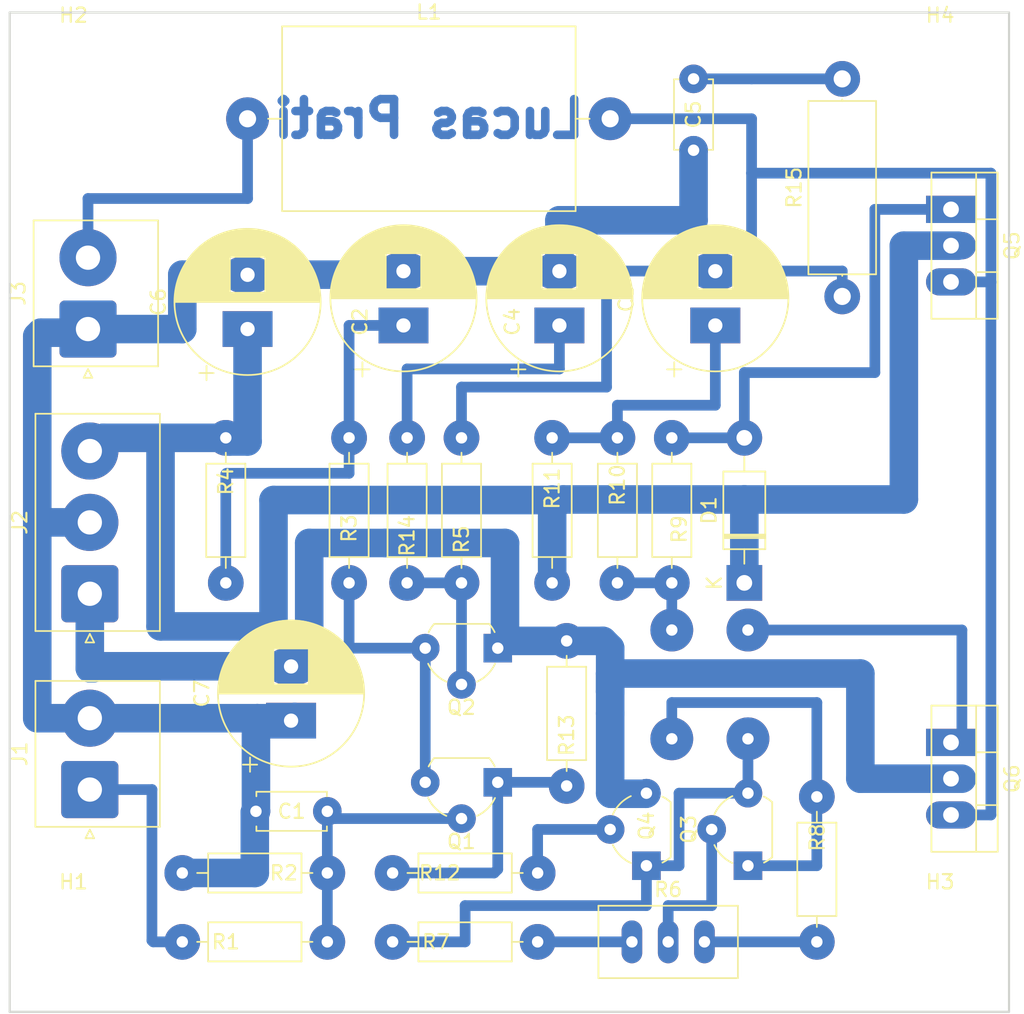
<source format=kicad_pcb>
(kicad_pcb (version 20211014) (generator pcbnew)
  (title_block (title "Amplificatore") (date "2022-02-02") (company "Lucas Prati 4^A EN"))
  (layers (0 "F.Cu" signal) (31 "B.Cu" signal) (34 "B.Paste" user) (35 "F.Paste" user) (36 "B.SilkS" user "B.Silkscreen") (37 "F.SilkS" user "F.Silkscreen") (38 "B.Mask" user) (39 "F.Mask" user) (44 "Edge.Cuts" user))
  (net 0 "")
  (net 1 "Net-(C1-Pad1)")
  (net 2 "GND")
  (net 3 "Net-(C2-Pad1)")
  (net 4 "Net-(C3-Pad1)")
  (net 5 "Net-(C3-Pad2)")
  (net 6 "Net-(C4-Pad1)")
  (net 7 "Net-(C5-Pad1)")
  (net 8 "+35")
  (net 9 "-35")
  (net 10 "Net-(D1-Pad2)")
  (net 11 "Net-(Q1-Pad3)")
  (net 12 "Net-(Q1-Pad1)")
  (net 13 "Net-(Q2-Pad2)")
  (net 14 "Net-(Q3-Pad1)")
  (net 15 "Net-(Q3-Pad3)")
  (net 16 "Net-(Q3-Pad2)")
  (net 17 "Net-(Q4-Pad2)")
  (net 18 "Net-(R6-Pad1)")
  (net 19 "Net-(R6-Pad3)")
  (net 20 "Net-(J1-Pad1)")
  (net 21 "Net-(J3-Pad2)")
  (footprint "Capacitor_THT:CP_Radial_D10.0mm_P3.80mm" (layer "F.Cu") (at 143.002 88.646 90)
    (fp_text reference "C3" (at 1.9 -6.25 90) (layer "F.SilkS"))
    (fp_text value "47uF")
    (pad "1" thru_hole rect locked (at 0 0 90) (size 2.5 3.5) (drill 1) (layers *.Cu *.Mask) (net 4 "Net-(C3-Pad1)"))
    (pad "2" thru_hole oval locked (at 3.8 0 90) (size 2.5 3.5) (drill 1) (layers *.Cu *.Mask) (net 5 "Net-(C3-Pad2)"))
  )
  (footprint "Capacitor_THT:CP_Radial_D10.0mm_P3.80mm" (layer "F.Cu") (at 132.08 88.646 90)
    (fp_text reference "C4" (at 0.254 -3.302 90) (layer "F.SilkS"))
    (fp_text value "100uF")
    (pad "1" thru_hole rect locked (at 0 0 90) (size 2.5 3.5) (drill 1) (layers *.Cu *.Mask) (net 6 "Net-(C4-Pad1)"))
    (pad "2" thru_hole oval locked (at 3.8 0 90) (size 2.5 3.5) (drill 1) (layers *.Cu *.Mask) (net 2 "GND"))
  )
  (footprint "Capacitor_THT:CP_Radial_D10.0mm_P3.80mm" (layer "F.Cu") (at 113.284 116.332 90)
    (fp_text reference "C7" (at 1.9 -6.25 90) (layer "F.SilkS"))
    (fp_text value "100uF")
    (pad "1" thru_hole rect locked (at 0 0 90) (size 2.5 3.5) (drill 1) (layers *.Cu *.Mask) (net 2 "GND"))
    (pad "2" thru_hole oval locked (at 3.8 0 90) (size 2.5 3.5) (drill 1) (layers *.Cu *.Mask) (net 9 "-35"))
  )
  (footprint "Diode_THT:D_DO-41_SOD81_P10.16mm_Horizontal" (layer "F.Cu") (at 145.034 106.68 90)
    (fp_text reference "D1" (at 5.08 -2.47 90) (layer "F.SilkS"))
    (fp_text value "1N4002")
    (fp_text user "K" (at 0 -2.1 90) (layer "F.SilkS"))
    (pad "1" thru_hole rect locked (at 0 0 90) (size 2.5 2.5) (drill 1.1) (layers *.Cu *.Mask) (net 8 "+35"))
    (pad "2" thru_hole circle locked (at 10.16 0 90) (size 2.5 2.5) (drill 1.1) (layers *.Cu *.Mask) (net 10 "Net-(D1-Pad2)"))
  )
  (footprint "Connector_JST:JST_NV_B02P-NV_1x02_P5.00mm_Vertical" (layer "F.Cu") (at 99.187 121.158 90)
    (fp_text reference "J1" (at 2.5 -4.9 90) (layer "F.SilkS"))
    (fp_text value "INPUT")
    (pad "1" thru_hole roundrect locked (at 0 0 90) (size 4 4) (drill 1.7) (layers *.Cu *.Mask) (roundrect_rratio 0.093) (net 20 "Net-(J1-Pad1)"))
    (pad "2" thru_hole circle locked (at 5 0 90) (size 4 4) (drill 1.7) (layers *.Cu *.Mask) (net 2 "GND"))
  )
  (footprint "Connector_JST:JST_NV_B03P-NV_1x03_P5.00mm_Vertical" (layer "F.Cu") (at 99.187 107.442 90)
    (fp_text reference "J2" (at 5 -4.9 90) (layer "F.SilkS"))
    (fp_text value "Alimentazione")
    (pad "1" thru_hole roundrect locked (at 0 0 90) (size 4 4) (drill 1.7) (layers *.Cu *.Mask) (roundrect_rratio 0.093) (net 9 "-35"))
    (pad "2" thru_hole circle locked (at 5 0 90) (size 4 4) (drill 1.7) (layers *.Cu *.Mask) (net 2 "GND"))
    (pad "3" thru_hole circle locked (at 10 0 90) (size 4 4) (drill 1.7) (layers *.Cu *.Mask) (net 8 "+35"))
  )
  (footprint "Connector_JST:JST_NV_B02P-NV_1x02_P5.00mm_Vertical" (layer "F.Cu") (at 99.06 88.9 90)
    (fp_text reference "J3" (at 2.5 -4.9 90) (layer "F.SilkS"))
    (fp_text value "OUTPUT")
    (pad "1" thru_hole roundrect locked (at 0 0 90) (size 4 4) (drill 1.7) (layers *.Cu *.Mask) (roundrect_rratio 0.093) (net 2 "GND"))
    (pad "2" thru_hole circle locked (at 5 0 90) (size 4 4) (drill 1.7) (layers *.Cu *.Mask) (net 21 "Net-(J3-Pad2)"))
  )
  (footprint "Inductor_THT:L_Axial_L20.3mm_D12.7mm_P25.40mm_Horizontal_Vishay_IHA-201" (layer "F.Cu") (at 110.236 74.168)
    (fp_text reference "L1" (at 12.7 -7.47) (layer "F.SilkS"))
    (fp_text value "*")
    (pad "1" thru_hole circle locked (at 0 0) (size 3 3) (drill 1.2) (layers *.Cu *.Mask) (net 21 "Net-(J3-Pad2)"))
    (pad "2" thru_hole circle locked (at 25.4 0) (size 3 3) (drill 1.2) (layers *.Cu *.Mask) (net 5 "Net-(C3-Pad2)"))
  )
  (footprint "Package_TO_SOT_THT:TO-220-3_Vertical" (layer "F.Cu") (at 159.512 80.518 -90)
    (fp_text reference "Q5" (at 2.54 -4.27 90) (layer "F.SilkS"))
    (fp_text value "IRF540N")
    (pad "1" thru_hole rect locked (at 0 0 270) (size 1.905 3.5) (drill 1.1) (layers *.Cu *.Mask) (net 10 "Net-(D1-Pad2)"))
    (pad "2" thru_hole oval locked (at 2.54 0 270) (size 1.905 3.5) (drill 1.1) (layers *.Cu *.Mask) (net 8 "+35"))
    (pad "3" thru_hole oval locked (at 5.08 0 270) (size 1.905 3.5) (drill 1.1) (layers *.Cu *.Mask) (net 5 "Net-(C3-Pad2)"))
  )
  (footprint "Package_TO_SOT_THT:TO-220-3_Vertical" (layer "F.Cu") (at 159.512 117.856 -90)
    (fp_text reference "Q6" (at 2.54 -4.27 90) (layer "F.SilkS"))
    (fp_text value "IRF9540N")
    (pad "1" thru_hole rect locked (at 0 0 270) (size 1.905 3.5) (drill 1.1) (layers *.Cu *.Mask) (net 15 "Net-(Q3-Pad3)"))
    (pad "2" thru_hole oval locked (at 2.54 0 270) (size 1.905 3.5) (drill 1.1) (layers *.Cu *.Mask) (net 9 "-35"))
    (pad "3" thru_hole oval locked (at 5.08 0 270) (size 1.905 3.5) (drill 1.1) (layers *.Cu *.Mask) (net 5 "Net-(C3-Pad2)"))
  )
  (footprint "Resistor_THT:R_Axial_DIN0207_L6.3mm_D2.5mm_P10.16mm_Horizontal" (layer "F.Cu") (at 115.824 127 180)
    (fp_text reference "R2" (at 3.048 0) (layer "F.SilkS"))
    (fp_text value "47k")
    (pad "1" thru_hole circle locked (at 0 0 180) (size 2.5 2.5) (drill 0.8) (layers *.Cu *.Mask) (net 1 "Net-(C1-Pad1)"))
    (pad "2" thru_hole circle locked (at 10.16 0 180) (size 2.5 2.5) (drill 0.8) (layers *.Cu *.Mask) (net 2 "GND"))
  )
  (footprint "Resistor_THT:R_Axial_DIN0207_L6.3mm_D2.5mm_P10.16mm_Horizontal" (layer "F.Cu") (at 117.348 96.52 -90)
    (fp_text reference "R3" (at 6.35 0 90) (layer "F.SilkS"))
    (fp_text value "15k")
    (pad "1" thru_hole circle locked (at 0 0 270) (size 2.5 2.5) (drill 0.8) (layers *.Cu *.Mask) (net 3 "Net-(C2-Pad1)"))
    (pad "2" thru_hole circle locked (at 10.16 0 270) (size 2.5 2.5) (drill 0.8) (layers *.Cu *.Mask) (net 11 "Net-(Q1-Pad3)"))
  )
  (footprint "Resistor_THT:R_Axial_DIN0207_L6.3mm_D2.5mm_P10.16mm_Horizontal" (layer "F.Cu") (at 108.712 96.52 -90)
    (fp_text reference "R4" (at 3.048 0 90) (layer "F.SilkS"))
    (fp_text value "1.2k")
    (pad "1" thru_hole circle locked (at 0 0 270) (size 2.5 2.5) (drill 0.8) (layers *.Cu *.Mask) (net 8 "+35"))
    (pad "2" thru_hole circle locked (at 10.16 0 270) (size 2.5 2.5) (drill 0.8) (layers *.Cu *.Mask) (net 3 "Net-(C2-Pad1)"))
  )
  (footprint "Resistor_THT:R_Axial_DIN0207_L6.3mm_D2.5mm_P10.16mm_Horizontal" (layer "F.Cu") (at 125.222 96.52 -90)
    (fp_text reference "R5" (at 7.112 0 90) (layer "F.SilkS"))
    (fp_text value "47k")
    (pad "1" thru_hole circle locked (at 0 0 270) (size 2.5 2.5) (drill 0.8) (layers *.Cu *.Mask) (net 5 "Net-(C3-Pad2)"))
    (pad "2" thru_hole circle locked (at 10.16 0 270) (size 2.5 2.5) (drill 0.8) (layers *.Cu *.Mask) (net 13 "Net-(Q2-Pad2)"))
  )
  (footprint "Potentiometer_THT:Potentiometer_Bourns_3296W_Vertical" (layer "F.Cu") (at 142.24 131.826)
    (fp_text reference "R6" (at -2.54 -3.66) (layer "F.SilkS"))
    (fp_text value "1k")
    (pad "1" thru_hole oval locked (at 0 0) (size 1.44 3) (drill 0.8) (layers *.Cu *.Mask) (net 18 "Net-(R6-Pad1)"))
    (pad "2" thru_hole oval locked (at -2.54 0) (size 1.44 3) (drill 0.8) (layers *.Cu *.Mask) (net 16 "Net-(Q3-Pad2)"))
    (pad "3" thru_hole oval locked (at -5.08 0) (size 1.44 3) (drill 0.8) (layers *.Cu *.Mask) (net 19 "Net-(R6-Pad3)"))
  )
  (footprint "Resistor_THT:R_Axial_DIN0207_L6.3mm_D2.5mm_P10.16mm_Horizontal" (layer "F.Cu") (at 150.114 121.666 -90)
    (fp_text reference "R8" (at 2.848999 -0.027001 90) (layer "F.SilkS"))
    (fp_text value "10k")
    (pad "1" thru_hole circle locked (at 0 0 270) (size 2.5 2.5) (drill 0.8) (layers *.Cu *.Mask) (net 14 "Net-(Q3-Pad1)"))
    (pad "2" thru_hole circle locked (at 10.16 0 270) (size 2.5 2.5) (drill 0.8) (layers *.Cu *.Mask) (net 18 "Net-(R6-Pad1)"))
  )
  (footprint "Resistor_THT:R_Axial_DIN0207_L6.3mm_D2.5mm_P10.16mm_Horizontal" (layer "F.Cu") (at 139.954 96.52 -90)
    (fp_text reference "R9" (at 6.404999 -0.521001 90) (layer "F.SilkS"))
    (fp_text value "680ohm")
    (pad "1" thru_hole circle locked (at 0 0 270) (size 2.5 2.5) (drill 0.8) (layers *.Cu *.Mask) (net 10 "Net-(D1-Pad2)"))
    (pad "2" thru_hole circle locked (at 10.16 0 270) (size 2.5 2.5) (drill 0.8) (layers *.Cu *.Mask) (net 14 "Net-(Q3-Pad1)"))
  )
  (footprint "Resistor_THT:R_Axial_DIN0207_L6.3mm_D2.5mm_P10.16mm_Horizontal" (layer "F.Cu") (at 136.144 96.52 -90)
    (fp_text reference "R10" (at 3.302 0 90) (layer "F.SilkS"))
    (fp_text value "2.7k")
    (pad "1" thru_hole circle locked (at 0 0 270) (size 2.5 2.5) (drill 0.8) (layers *.Cu *.Mask) (net 4 "Net-(C3-Pad1)"))
    (pad "2" thru_hole circle locked (at 10.16 0 270) (size 2.5 2.5) (drill 0.8) (layers *.Cu *.Mask) (net 14 "Net-(Q3-Pad1)"))
  )
  (footprint "Resistor_THT:R_Axial_DIN0207_L6.3mm_D2.5mm_P10.16mm_Horizontal" (layer "F.Cu") (at 131.572 106.68 90)
    (fp_text reference "R11" (at 6.604 0 90) (layer "F.SilkS"))
    (fp_text value "2.7k")
    (pad "1" thru_hole circle locked (at 0 0 90) (size 2.5 2.5) (drill 0.8) (layers *.Cu *.Mask) (net 8 "+35"))
    (pad "2" thru_hole circle locked (at 10.16 0 90) (size 2.5 2.5) (drill 0.8) (layers *.Cu *.Mask) (net 4 "Net-(C3-Pad1)"))
  )
  (footprint "Resistor_THT:R_Axial_DIN0207_L6.3mm_D2.5mm_P10.16mm_Horizontal" (layer "F.Cu") (at 130.556 127 180)
    (fp_text reference "R12" (at 6.858 0) (layer "F.SilkS"))
    (fp_text value "4.7k")
    (pad "1" thru_hole circle locked (at 0 0 180) (size 2.5 2.5) (drill 0.8) (layers *.Cu *.Mask) (net 17 "Net-(Q4-Pad2)"))
    (pad "2" thru_hole circle locked (at 10.16 0 180) (size 2.5 2.5) (drill 0.8) (layers *.Cu *.Mask) (net 12 "Net-(Q1-Pad1)"))
  )
  (footprint "Resistor_THT:R_Axial_DIN0207_L6.3mm_D2.5mm_P10.16mm_Horizontal" (layer "F.Cu") (at 132.588 120.904 90)
    (fp_text reference "R13" (at 3.556 0 90) (layer "F.SilkS"))
    (fp_text value "560")
    (pad "1" thru_hole circle locked (at 0 0 90) (size 2.5 2.5) (drill 0.8) (layers *.Cu *.Mask) (net 12 "Net-(Q1-Pad1)"))
    (pad "2" thru_hole circle locked (at 10.16 0 90) (size 2.5 2.5) (drill 0.8) (layers *.Cu *.Mask) (net 9 "-35"))
  )
  (footprint "Resistor_THT:R_Axial_DIN0207_L6.3mm_D2.5mm_P10.16mm_Horizontal" (layer "F.Cu") (at 121.412 106.68 90)
    (fp_text reference "R14" (at 3.302 0 90) (layer "F.SilkS"))
    (fp_text value "2.2k")
    (pad "1" thru_hole circle locked (at 0 0 90) (size 2.5 2.5) (drill 0.8) (layers *.Cu *.Mask) (net 13 "Net-(Q2-Pad2)"))
    (pad "2" thru_hole circle locked (at 10.16 0 90) (size 2.5 2.5) (drill 0.8) (layers *.Cu *.Mask) (net 6 "Net-(C4-Pad1)"))
  )
  (footprint "Resistor_THT:R_Axial_DIN0414_L11.9mm_D4.5mm_P15.24mm_Horizontal" (layer "F.Cu") (at 151.892 86.614 90)
    (fp_text reference "R15" (at 7.62 -3.37 90) (layer "F.SilkS"))
    (fp_text value "10ohm/2W")
    (pad "1" thru_hole circle locked (at 0 0 90) (size 2.5 2.5) (drill 1.2) (layers *.Cu *.Mask) (net 5 "Net-(C3-Pad2)"))
    (pad "2" thru_hole circle locked (at 15.24 0 90) (size 2.5 2.5) (drill 1.2) (layers *.Cu *.Mask) (net 7 "Net-(C5-Pad1)"))
  )
  (footprint "Capacitor_THT:C_Disc_D4.7mm_W2.5mm_P5.00mm" (layer "F.Cu") (at 115.824 122.682 180)
    (fp_text reference "C1" (at 2.5 -0.001001) (layer "F.SilkS"))
    (fp_text value "220pF")
    (pad "1" thru_hole circle locked (at 0 0 180) (size 2 2) (drill 0.8) (layers *.Cu *.Mask) (net 1 "Net-(C1-Pad1)"))
    (pad "2" thru_hole circle locked (at 5 0 180) (size 2 2) (drill 0.8) (layers *.Cu *.Mask) (net 2 "GND"))
  )
  (footprint "Capacitor_THT:C_Disc_D4.7mm_W2.5mm_P5.00mm" (layer "F.Cu") (at 141.478 71.374 -90)
    (fp_text reference "C5" (at 2.5 0.012999 90) (layer "F.SilkS"))
    (fp_text value "68nF")
    (pad "1" thru_hole circle locked (at 0 0 270) (size 2 2) (drill 0.8) (layers *.Cu *.Mask) (net 7 "Net-(C5-Pad1)"))
    (pad "2" thru_hole circle locked (at 5 0 270) (size 2 2) (drill 0.8) (layers *.Cu *.Mask) (net 2 "GND"))
  )
  (footprint "Package_TO_SOT_THT:TO-92L_Wide" (layer "F.Cu") (at 127.762 120.65 180)
    (fp_text reference "Q1" (at 2.55 -4.15) (layer "F.SilkS"))
    (fp_text value "BC556")
    (pad "1" thru_hole rect locked (at 0 0 180) (size 2 2) (drill 0.8) (layers *.Cu *.Mask) (net 12 "Net-(Q1-Pad1)"))
    (pad "2" thru_hole circle locked (at 2.54 -2.54 180) (size 2 2) (drill 0.8) (layers *.Cu *.Mask) (net 1 "Net-(C1-Pad1)"))
    (pad "3" thru_hole circle locked (at 5.08 0 180) (size 2 2) (drill 0.8) (layers *.Cu *.Mask) (net 11 "Net-(Q1-Pad3)"))
  )
  (footprint "Package_TO_SOT_THT:TO-92L_Wide" (layer "F.Cu") (at 127.762 111.252 180)
    (fp_text reference "Q2" (at 2.55 -4.15) (layer "F.SilkS"))
    (fp_text value "BC556")
    (pad "1" thru_hole rect locked (at 0 0 180) (size 2 2) (drill 0.8) (layers *.Cu *.Mask) (net 9 "-35"))
    (pad "2" thru_hole circle locked (at 2.54 -2.54 180) (size 2 2) (drill 0.8) (layers *.Cu *.Mask) (net 13 "Net-(Q2-Pad2)"))
    (pad "3" thru_hole circle locked (at 5.08 0 180) (size 2 2) (drill 0.8) (layers *.Cu *.Mask) (net 11 "Net-(Q1-Pad3)"))
  )
  (footprint "Package_TO_SOT_THT:TO-92L_Wide" (layer "F.Cu") (at 145.288 126.492 90)
    (fp_text reference "Q3" (at 2.55 -4.15 90) (layer "F.SilkS"))
    (fp_text value "BC546")
    (pad "1" thru_hole rect locked (at 0 0 90) (size 2 2) (drill 0.8) (layers *.Cu *.Mask) (net 14 "Net-(Q3-Pad1)"))
    (pad "2" thru_hole circle locked (at 2.54 -2.54 90) (size 2 2) (drill 0.8) (layers *.Cu *.Mask) (net 16 "Net-(Q3-Pad2)"))
    (pad "3" thru_hole circle locked (at 5.08 0 90) (size 2 2) (drill 0.8) (layers *.Cu *.Mask) (net 15 "Net-(Q3-Pad3)"))
  )
  (footprint "Package_TO_SOT_THT:TO-92L_Wide" (layer "F.Cu") (at 138.176 126.492 90)
    (fp_text reference "Q4" (at 2.794 0 90) (layer "F.SilkS"))
    (fp_text value "BC546")
    (pad "1" thru_hole rect locked (at 0 0 90) (size 2 2) (drill 0.8) (layers *.Cu *.Mask) (net 15 "Net-(Q3-Pad3)"))
    (pad "2" thru_hole circle locked (at 2.54 -2.54 90) (size 2 2) (drill 0.8) (layers *.Cu *.Mask) (net 17 "Net-(Q4-Pad2)"))
    (pad "3" thru_hole circle locked (at 5.08 0 90) (size 2 2) (drill 0.8) (layers *.Cu *.Mask) (net 9 "-35"))
  )
  (footprint "MountingHole:MountingHole_3.2mm_M3" (layer "F.Cu") (at 98.044 131.826)
    (fp_text reference "H1" (at 0 -4.2) (layer "F.SilkS"))
    (fp_text value "MountingHole")
    (pad "" np_thru_hole circle locked (at 0 0) (size 3.2 3.2) (drill 3.2) (layers *.Cu *.Mask))
  )
  (footprint "MountingHole:MountingHole_3.2mm_M3" (layer "F.Cu") (at 98.044 71.12)
    (fp_text reference "H2" (at 0 -4.2) (layer "F.SilkS"))
    (fp_text value "MountingHole")
    (pad "" np_thru_hole circle locked (at 0 0) (size 3.2 3.2) (drill 3.2) (layers *.Cu *.Mask))
  )
  (footprint "MountingHole:MountingHole_3.2mm_M3" (layer "F.Cu") (at 158.75 71.12)
    (fp_text reference "H4" (at 0 -4.2) (layer "F.SilkS"))
    (fp_text value "MountingHole")
    (pad "" np_thru_hole circle locked (at 0 0) (size 3.2 3.2) (drill 3.2) (layers *.Cu *.Mask))
  )
  (footprint "MountingHole:MountingHole_3.2mm_M3" (layer "F.Cu") (at 158.75 131.826)
    (fp_text reference "H3" (at 0 -4.2) (layer "F.SilkS"))
    (fp_text value "MountingHole")
    (pad "" np_thru_hole circle locked (at 0 0) (size 3.2 3.2) (drill 3.2) (layers *.Cu *.Mask))
  )
  (footprint "Resistor_THT:R_Axial_DIN0207_L6.3mm_D2.5mm_P10.16mm_Horizontal" (layer "F.Cu") (at 115.824 131.826 180)
    (fp_text reference "R1" (at 7.112 0) (layer "F.SilkS"))
    (fp_text value "4.7k")
    (pad "1" thru_hole circle locked (at 0 0 180) (size 2.5 2.5) (drill 0.8) (layers *.Cu *.Mask) (net 1 "Net-(C1-Pad1)"))
    (pad "2" thru_hole circle locked (at 10.16 0 180) (size 2.5 2.5) (drill 0.8) (layers *.Cu *.Mask) (net 20 "Net-(J1-Pad1)"))
  )
  (footprint "Resistor_THT:R_Axial_DIN0207_L6.3mm_D2.5mm_P10.16mm_Horizontal" (layer "F.Cu") (at 120.396 131.826)
    (fp_text reference "R7" (at 3.048 0) (layer "F.SilkS"))
    (fp_text value "820")
    (pad "1" thru_hole circle locked (at 0 0) (size 2.5 2.5) (drill 0.8) (layers *.Cu *.Mask) (net 15 "Net-(Q3-Pad3)"))
    (pad "2" thru_hole circle locked (at 10.16 0) (size 2.5 2.5) (drill 0.8) (layers *.Cu *.Mask) (net 19 "Net-(R6-Pad3)"))
  )
  (footprint "Capacitor_THT:CP_Radial_D10.0mm_P3.80mm" (layer "F.Cu") (at 121.158 88.646 90)
    (fp_text reference "C2" (at 0.254 -3.048 90) (layer "F.SilkS"))
    (fp_text value "47uF")
    (pad "1" thru_hole rect locked (at 0 0 90) (size 2.5 3.5) (drill 1) (layers *.Cu *.Mask) (net 3 "Net-(C2-Pad1)"))
    (pad "2" thru_hole oval locked (at 3.8 0 90) (size 2.5 3.5) (drill 1) (layers *.Cu *.Mask) (net 2 "GND"))
  )
  (footprint "Capacitor_THT:CP_Radial_D10.0mm_P3.80mm" (layer "F.Cu") (at 110.236 88.9 90)
    (fp_text reference "C6" (at 1.9 -6.25 90) (layer "F.SilkS"))
    (fp_text value "100uF")
    (pad "1" thru_hole rect locked (at 0 0 90) (size 2.5 3.5) (drill 1) (layers *.Cu *.Mask) (net 8 "+35"))
    (pad "2" thru_hole oval locked (at 3.8 0 90) (size 2.5 3.5) (drill 1) (layers *.Cu *.Mask) (net 2 "GND"))
  )
  (gr_line (start 93.576 136.726) (end 163.576 136.726) (layer "Edge.Cuts") (width 0.15))
  (gr_line (start 93.576 136.726) (end 93.576 66.726) (layer "Edge.Cuts") (width 0.15))
  (gr_line (start 163.576 136.726) (end 163.576 66.726) (layer "Edge.Cuts") (width 0.15))
  (gr_line (start 93.576 66.726) (end 163.576 66.726) (layer "Edge.Cuts") (width 0.15))
  (gr_text "Lucas Prati" (at 122.936 74.168) (layer "B.Cu") (effects (font (size 2.5 2.5) (thickness 0.6)) (justify mirror)))
  (segment (start 116.332 123.19) (end 115.824 122.682) (width 0.75) (layer "B.Cu") (net 1))
  (segment (start 115.824 131.826) (end 115.824 127) (width 0.75) (layer "B.Cu") (net 1))
  (segment (start 115.824 122.682) (end 115.824 127) (width 0.75) (layer "B.Cu") (net 1))
  (segment (start 125.222 123.19) (end 116.332 123.19) (width 0.75) (layer "B.Cu") (net 1))
  (segment (start 121.158 84.846) (end 132.08 84.846) (width 2) (layer "B.Cu") (net 2))
  (segment (start 105.664 127) (end 110.744 127) (width 2) (layer "B.Cu") (net 2))
  (segment (start 110.744 127) (end 110.744 122.762) (width 2) (layer "B.Cu") (net 2))
  (segment (start 96.106 102.362) (end 96.186 102.442) (width 2) (layer "B.Cu") (net 2))
  (segment (start 110.824 122.682) (end 110.824 116.252) (width 2) (layer "B.Cu") (net 2))
  (segment (start 110.744 122.762) (end 110.824 122.682) (width 2) (layer "B.Cu") (net 2))
  (segment (start 110.236 85.09) (end 120.914 85.09) (width 2) (layer "B.Cu") (net 2))
  (segment (start 113.458 116.158) (end 113.538 116.078) (width 2) (layer "B.Cu") (net 2))
  (segment (start 95.63196 102.442) (end 95.504 102.31404) (width 2) (layer "B.Cu") (net 2))
  (segment (start 99.187 116.158) (end 95.504 116.158) (width 2) (layer "B.Cu") (net 2))
  (segment (start 95.504 102.362) (end 96.106 102.362) (width 2) (layer "B.Cu") (net 2))
  (segment (start 95.758 89.154) (end 98.806 89.154) (width 2) (layer "B.Cu") (net 2))
  (segment (start 105.664 85.09) (end 110.236 85.09) (width 2) (layer "B.Cu") (net 2))
  (segment (start 141.478 81.28) (end 141.478 76.374) (width 2) (layer "B.Cu") (net 2))
  (segment (start 99.187 116.158) (end 110.918 116.158) (width 2) (layer "B.Cu") (net 2))
  (segment (start 99.06 88.9) (end 105.664 88.9) (width 2) (layer "B.Cu") (net 2))
  (segment (start 132.08 84.846) (end 132.08 81.28) (width 2) (layer "B.Cu") (net 2))
  (segment (start 132.08 81.28) (end 141.478 81.28) (width 2) (layer "B.Cu") (net 2))
  (segment (start 105.664 88.9) (end 105.664 85.09) (width 2) (layer "B.Cu") (net 2))
  (segment (start 95.504 116.158) (end 95.504 102.362) (width 2) (layer "B.Cu") (net 2))
  (segment (start 95.504 102.31404) (end 95.504 89.408) (width 2) (layer "B.Cu") (net 2))
  (segment (start 95.504 89.408) (end 95.758 89.154) (width 2) (layer "B.Cu") (net 2))
  (segment (start 99.187 102.442) (end 96.186 102.442) (width 2) (layer "B.Cu") (net 2))
  (segment (start 113.284 116.332) (end 113.538 116.078) (width 2) (layer "B.Cu") (net 2))
  (segment (start 96.186 102.442) (end 95.63196 102.442) (width 2) (layer "B.Cu") (net 2))
  (segment (start 98.806 89.154) (end 99.06 88.9) (width 2) (layer "B.Cu") (net 2))
  (segment (start 120.914 85.09) (end 121.158 84.846) (width 2) (layer "B.Cu") (net 2))
  (segment (start 99.013 116.332) (end 99.187 116.158) (width 2) (layer "B.Cu") (net 2))
  (segment (start 110.918 116.158) (end 113.458 116.158) (width 2) (layer "B.Cu") (net 2))
  (segment (start 110.824 116.252) (end 110.918 116.158) (width 2) (layer "B.Cu") (net 2))
  (segment (start 117.348 96.52) (end 117.348 88.646) (width 0.75) (layer "B.Cu") (net 3))
  (segment (start 117.348 96.52) (end 117.348 99.00298) (width 0.75) (layer "B.Cu") (net 3))
  (segment (start 108.76902 99.00298) (end 108.712 99.06) (width 0.75) (layer "B.Cu") (net 3))
  (segment (start 108.712 99.06) (end 108.712 106.68) (width 0.75) (layer "B.Cu") (net 3))
  (segment (start 117.348 99.00298) (end 108.76902 99.00298) (width 0.75) (layer "B.Cu") (net 3))
  (segment (start 117.348 88.646) (end 121.158 88.646) (width 0.75) (layer "B.Cu") (net 3))
  (segment (start 136.144 94.234) (end 136.144 96.52) (width 0.75) (layer "B.Cu") (net 4))
  (segment (start 143.002 88.646) (end 143.002 94.234) (width 0.75) (layer "B.Cu") (net 4))
  (segment (start 143.002 94.234) (end 136.144 94.234) (width 0.75) (layer "B.Cu") (net 4))
  (segment (start 136.144 96.52) (end 131.572 96.52) (width 0.75) (layer "B.Cu") (net 4))
  (segment (start 142.992 84.836) (end 143.002 84.846) (width 0.75) (layer "B.Cu") (net 5))
  (segment (start 145.542 84.836) (end 143.012 84.836) (width 0.75) (layer "B.Cu") (net 5))
  (segment (start 162.306 77.978) (end 145.542 77.978) (width 0.75) (layer "B.Cu") (net 5))
  (segment (start 162.306 85.598) (end 160.02 85.598) (width 0.75) (layer "B.Cu") (net 5))
  (segment (start 145.542 74.168) (end 145.542 77.978) (width 0.75) (layer "B.Cu") (net 5))
  (segment (start 125.222 96.52) (end 125.222 92.964) (width 0.75) (layer "B.Cu") (net 5))
  (segment (start 162.306 85.643011) (end 162.306 77.978) (width 0.75) (layer "B.Cu") (net 5))
  (segment (start 135.382 84.836) (end 142.992 84.836) (width 0.75) (layer "B.Cu") (net 5))
  (segment (start 135.636 74.168) (end 145.542 74.168) (width 0.75) (layer "B.Cu") (net 5))
  (segment (start 143.012 84.836) (end 143.002 84.846) (width 0.75) (layer "B.Cu") (net 5))
  (segment (start 135.382 92.964) (end 135.382 84.836) (width 0.75) (layer "B.Cu") (net 5))
  (segment (start 125.222 92.964) (end 135.382 92.964) (width 0.75) (layer "B.Cu") (net 5))
  (segment (start 162.306 122.936) (end 162.306 85.598) (width 0.75) (layer "B.Cu") (net 5))
  (segment (start 151.892 86.614) (end 151.892 84.836) (width 0.75) (layer "B.Cu") (net 5))
  (segment (start 160.274 122.936) (end 162.306 122.936) (width 0.75) (layer "B.Cu") (net 5))
  (segment (start 145.542 77.978) (end 145.542 84.836) (width 0.75) (layer "B.Cu") (net 5))
  (segment (start 151.892 84.836) (end 145.542 84.836) (width 0.75) (layer "B.Cu") (net 5))
  (segment (start 132.08 88.646) (end 132.08 91.694) (width 0.75) (layer "B.Cu") (net 6))
  (segment (start 121.412 91.694) (end 121.412 96.52) (width 0.75) (layer "B.Cu") (net 6))
  (segment (start 132.08 91.694) (end 121.412 91.694) (width 0.75) (layer "B.Cu") (net 6))
  (segment (start 141.478 71.374) (end 145.542 71.374) (width 0.75) (layer "B.Cu") (net 7))
  (segment (start 145.542 71.374) (end 151.892 71.374) (width 0.75) (layer "B.Cu") (net 7))
  (segment (start 108.966 96.774) (end 108.712 96.52) (width 2) (layer "B.Cu") (net 8))
  (segment (start 156.21 100.838) (end 145.034 100.838) (width 2) (layer "B.Cu") (net 8))
  (segment (start 131.572 100.838) (end 131.572 106.68) (width 2) (layer "B.Cu") (net 8))
  (segment (start 112.05399 100.87799) (end 112.05399 109.728) (width 2) (layer "B.Cu") (net 8))
  (segment (start 104.14 109.728) (end 104.14 96.52) (width 2) (layer "B.Cu") (net 8))
  (segment (start 104.14 96.52) (end 100.109 96.52) (width 2) (layer "B.Cu") (net 8))
  (segment (start 112.05399 100.87799) (end 132.29401 100.87799) (width 2) (layer "B.Cu") (net 8))
  (segment (start 145.034 106.68) (end 145.034 100.838) (width 2) (layer "B.Cu") (net 8))
  (segment (start 145.034 100.838) (end 132.334 100.838) (width 2) (layer "B.Cu") (net 8))
  (segment (start 110.236 96.774) (end 108.966 96.774) (width 2) (layer "B.Cu") (net 8))
  (segment (start 110.236 88.9) (end 110.236 96.774) (width 2) (layer "B.Cu") (net 8))
  (segment (start 100.109 96.52) (end 99.187 97.442) (width 2) (layer "B.Cu") (net 8))
  (segment (start 108.712 96.52) (end 104.14 96.52) (width 2) (layer "B.Cu") (net 8))
  (segment (start 112.05399 109.728) (end 104.14 109.728) (width 2) (layer "B.Cu") (net 8))
  (segment (start 132.29401 100.87799) (end 132.334 100.838) (width 2) (layer "B.Cu") (net 8))
  (segment (start 160.02 83.058) (end 156.21 83.058) (width 2) (layer "B.Cu") (net 8))
  (segment (start 156.21 83.058) (end 156.21 100.838) (width 2) (layer "B.Cu") (net 8))
  (segment (start 128.27 103.886) (end 128.27 110.744) (width 2) (layer "B.Cu") (net 9))
  (segment (start 113.284 112.532) (end 113.284 112.522) (width 2) (layer "B.Cu") (net 9))
  (segment (start 135.636 113.03) (end 135.636 114.3) (width 2) (layer "B.Cu") (net 9))
  (segment (start 135.675999 121.451999) (end 138.136001 121.451999) (width 2) (layer "B.Cu") (net 9))
  (segment (start 119.888 103.886) (end 114.554 103.886) (width 2) (layer "B.Cu") (net 9))
  (segment (start 114.554 103.886) (end 114.554 111.262) (width 2) (layer "B.Cu") (net 9))
  (segment (start 135.636 121.412) (end 135.675999 121.451999) (width 2) (layer "B.Cu") (net 9))
  (segment (start 153.162 113.03) (end 135.636 113.03) (width 2) (layer "B.Cu") (net 9))
  (segment (start 135.128 110.744) (end 135.636 111.252) (width 2) (layer "B.Cu") (net 9))
  (segment (start 99.195999 112.657999) (end 99.187 112.649) (width 2) (layer "B.Cu") (net 9))
  (segment (start 113.284 112.522) (end 99.568 112.522) (width 2) (layer "B.Cu") (net 9))
  (segment (start 128.27 110.744) (end 127.762 111.252) (width 2) (layer "B.Cu") (net 9))
  (segment (start 99.568 112.522) (end 99.432001 112.657999) (width 2) (layer "B.Cu") (net 9))
  (segment (start 160.274 120.396) (end 153.162 120.396) (width 2) (layer "B.Cu") (net 9))
  (segment (start 119.888 103.886) (end 128.27 103.886) (width 2) (layer "B.Cu") (net 9))
  (segment (start 99.187 112.649) (end 99.187 107.442) (width 2) (layer "B.Cu") (net 9))
  (segment (start 99.432001 112.657999) (end 99.195999 112.657999) (width 2) (layer "B.Cu") (net 9))
  (segment (start 135.636 114.3) (end 135.636 115.824) (width 2) (layer "B.Cu") (net 9))
  (segment (start 135.636 115.824) (end 135.636 121.412) (width 2) (layer "B.Cu") (net 9))
  (segment (start 114.554 111.262) (end 113.284 112.532) (width 2) (layer "B.Cu") (net 9))
  (segment (start 135.636 111.252) (end 135.636 114.3) (width 2) (layer "B.Cu") (net 9))
  (segment (start 132.588 110.744) (end 128.27 110.744) (width 2) (layer "B.Cu") (net 9))
  (segment (start 138.136001 121.451999) (end 138.176 121.412) (width 2) (layer "B.Cu") (net 9))
  (segment (start 132.588 110.744) (end 135.128 110.744) (width 2) (layer "B.Cu") (net 9))
  (segment (start 153.162 120.396) (end 153.162 113.03) (width 2) (layer "B.Cu") (net 9))
  (segment (start 154.178 91.948) (end 145.034 91.948) (width 0.75) (layer "B.Cu") (net 10))
  (segment (start 145.034 91.948) (end 145.034 96.52) (width 0.75) (layer "B.Cu") (net 10))
  (segment (start 154.178 80.518) (end 154.178 91.948) (width 0.75) (layer "B.Cu") (net 10))
  (segment (start 139.954 96.52) (end 145.034 96.52) (width 0.75) (layer "B.Cu") (net 10))
  (segment (start 160.02 80.518) (end 154.178 80.518) (width 0.75) (layer "B.Cu") (net 10))
  (segment (start 117.348 111.252) (end 122.682 111.252) (width 0.75) (layer "B.Cu") (net 11))
  (segment (start 117.348 106.68) (end 117.348 111.252) (width 0.75) (layer "B.Cu") (net 11))
  (segment (start 122.682 120.65) (end 122.682 111.252) (width 0.75) (layer "B.Cu") (net 11))
  (segment (start 127.762 126.746) (end 127.762 120.65) (width 0.75) (layer "B.Cu") (net 12))
  (segment (start 127.762 120.65) (end 132.334 120.65) (width 0.75) (layer "B.Cu") (net 12))
  (segment (start 127.508 127) (end 127.762 126.746) (width 0.75) (layer "B.Cu") (net 12))
  (segment (start 120.396 127) (end 127.508 127) (width 0.75) (layer "B.Cu") (net 12))
  (segment (start 132.334 120.65) (end 132.588 120.904) (width 0.75) (layer "B.Cu") (net 12))
  (segment (start 125.222 113.792) (end 125.222 106.68) (width 0.75) (layer "B.Cu") (net 13))
  (segment (start 125.222 106.68) (end 121.412 106.68) (width 0.75) (layer "B.Cu") (net 13))
  (via (at 139.954 109.982) (size 3) (drill 0.8) (layers "F.Cu" "B.Cu") (net 14))
  (via (at 139.954 117.602) (size 3) (drill 0.8) (layers "F.Cu" "B.Cu") (net 14))
  (segment (start 139.954 116.84) (end 139.954 116.84) (width 0.75) (layer "B.Cu") (net 14))
  (segment (start 145.288 126.492) (end 150.114 126.492) (width 0.75) (layer "B.Cu") (net 14))
  (segment (start 139.954 106.68) (end 139.954 109.728) (width 0.75) (layer "B.Cu") (net 14))
  (segment (start 139.954 115.062) (end 150.114 115.062) (width 0.75) (layer "B.Cu") (net 14))
  (segment (start 150.114 126.492) (end 150.114 121.666) (width 0.75) (layer "B.Cu") (net 14))
  (segment (start 150.114 115.062) (end 150.114 121.666) (width 0.75) (layer "B.Cu") (net 14))
  (segment (start 139.954 106.68) (end 136.144 106.68) (width 0.75) (layer "B.Cu") (net 14))
  (segment (start 139.954 117.094) (end 139.954 115.062) (width 0.75) (layer "B.Cu") (net 14))
  (via (at 145.288 109.982) (size 3) (drill 0.8) (layers "F.Cu" "B.Cu") (net 15))
  (via (at 145.288 117.602) (size 3) (drill 0.8) (layers "F.Cu" "B.Cu") (net 15))
  (segment (start 125.476 131.826) (end 125.476 129.286) (width 0.75) (layer "B.Cu") (net 15))
  (segment (start 145.288 121.412) (end 140.462 121.412) (width 0.75) (layer "B.Cu") (net 15))
  (segment (start 125.476 129.286) (end 138.176 129.286) (width 0.75) (layer "B.Cu") (net 15))
  (segment (start 138.176 129.286) (end 138.176 126.492) (width 0.75) (layer "B.Cu") (net 15))
  (segment (start 145.288 117.602) (end 145.288 121.412) (width 0.75) (layer "B.Cu") (net 15))
  (segment (start 160.274 109.982) (end 160.274 117.856) (width 0.75) (layer "B.Cu") (net 15))
  (segment (start 138.176 126.492) (end 140.462 126.492) (width 0.75) (layer "B.Cu") (net 15))
  (segment (start 120.396 131.826) (end 125.476 131.826) (width 0.75) (layer "B.Cu") (net 15))
  (segment (start 140.462 126.492) (end 140.462 121.412) (width 0.75) (layer "B.Cu") (net 15))
  (segment (start 145.288 109.982) (end 160.274 109.982) (width 0.75) (layer "B.Cu") (net 15))
  (segment (start 142.748 129.286) (end 142.748 123.952) (width 0.75) (layer "B.Cu") (net 16))
  (segment (start 139.7 131.826) (end 139.7 129.286) (width 0.75) (layer "B.Cu") (net 16))
  (segment (start 139.7 129.286) (end 142.748 129.286) (width 0.75) (layer "B.Cu") (net 16))
  (segment (start 130.556 123.952) (end 135.636 123.952) (width 0.75) (layer "B.Cu") (net 17))
  (segment (start 130.556 127) (end 130.556 123.952) (width 0.75) (layer "B.Cu") (net 17))
  (segment (start 150.114 131.826) (end 142.24 131.826) (width 0.75) (layer "B.Cu") (net 18))
  (segment (start 137.16 131.826) (end 130.556 131.826) (width 0.75) (layer "B.Cu") (net 19))
  (segment (start 103.538999 121.158) (end 103.538999 131.732999) (width 0.75) (layer "B.Cu") (net 20))
  (segment (start 99.187 121.158) (end 103.538999 121.158) (width 0.75) (layer "B.Cu") (net 20))
  (segment (start 103.538999 131.732999) (end 103.632 131.826) (width 0.75) (layer "B.Cu") (net 20))
  (segment (start 103.632 131.826) (end 105.664 131.826) (width 0.75) (layer "B.Cu") (net 20))
  (segment (start 99.06 79.756) (end 99.06 83.9) (width 0.75) (layer "B.Cu") (net 21))
  (segment (start 110.236 79.756) (end 99.06 79.756) (width 0.75) (layer "B.Cu") (net 21))
  (segment (start 110.236 74.168) (end 110.236 79.756) (width 0.75) (layer "B.Cu") (net 21))
)
</source>
